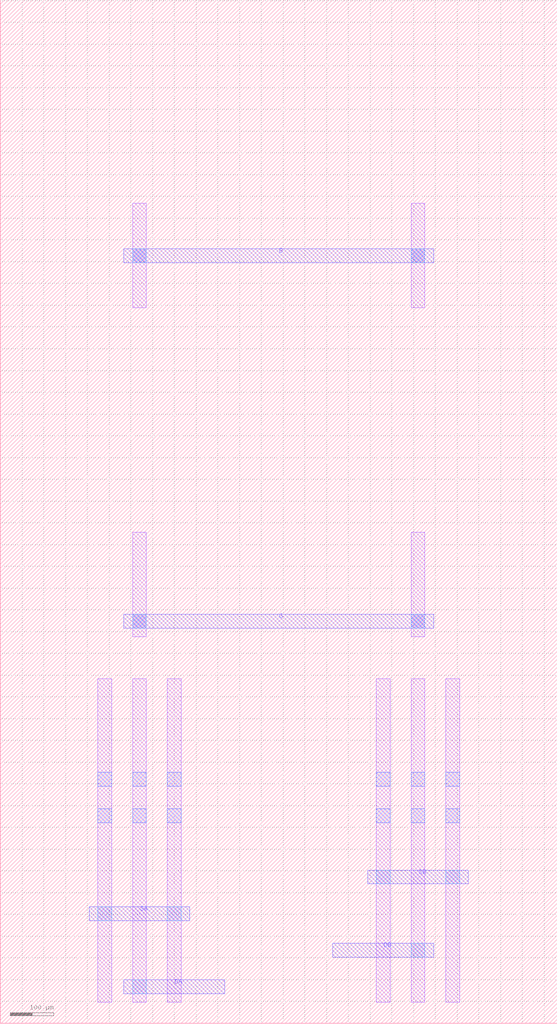
<source format=lef>
MACRO CMC_S_NMOS_B_94218540_X1_Y1
  UNITS 
    DATABASE MICRONS UNITS 1000;
  END UNITS 
  ORIGIN 0 0 ;
  FOREIGN CMC_S_NMOS_B_94218540_X1_Y1 0 0 ;
  SIZE 1280 BY 2352 ;
  PIN B
    DIRECTION INOUT ;
    USE SIGNAL ;
    PORT
      LAYER M2 ;
        RECT 284 1748 996 1780 ;
    END
  END B
  PIN DA
    DIRECTION INOUT ;
    USE SIGNAL ;
    PORT
      LAYER M2 ;
        RECT 284 68 516 100 ;
    END
  END DA
  PIN DB
    DIRECTION INOUT ;
    USE SIGNAL ;
    PORT
      LAYER M2 ;
        RECT 764 152 996 184 ;
    END
  END DB
  PIN G
    DIRECTION INOUT ;
    USE SIGNAL ;
    PORT
      LAYER M2 ;
        RECT 284 908 996 940 ;
    END
  END G
  PIN SA
    DIRECTION INOUT ;
    USE SIGNAL ;
    PORT
      LAYER M2 ;
        RECT 204 236 436 268 ;
    END
  END SA
  PIN SB
    DIRECTION INOUT ;
    USE SIGNAL ;
    PORT
      LAYER M2 ;
        RECT 844 320 1076 352 ;
    END
  END SB
  OBS
    LAYER M1 ;
      RECT 304 48 336 792 ;
    LAYER M1 ;
      RECT 304 888 336 1128 ;
    LAYER M1 ;
      RECT 304 1644 336 1884 ;
    LAYER M1 ;
      RECT 224 48 256 792 ;
    LAYER M1 ;
      RECT 384 48 416 792 ;
    LAYER M1 ;
      RECT 944 48 976 792 ;
    LAYER M1 ;
      RECT 944 888 976 1128 ;
    LAYER M1 ;
      RECT 944 1644 976 1884 ;
    LAYER M1 ;
      RECT 864 48 896 792 ;
    LAYER M1 ;
      RECT 1024 48 1056 792 ;
    LAYER V1 ;
      RECT 304 68 336 100 ;
    LAYER V1 ;
      RECT 304 908 336 940 ;
    LAYER V1 ;
      RECT 304 1748 336 1780 ;
    LAYER V1 ;
      RECT 944 152 976 184 ;
    LAYER V1 ;
      RECT 944 908 976 940 ;
    LAYER V1 ;
      RECT 944 1748 976 1780 ;
    LAYER V1 ;
      RECT 224 236 256 268 ;
    LAYER V1 ;
      RECT 384 236 416 268 ;
    LAYER V1 ;
      RECT 864 320 896 352 ;
    LAYER V1 ;
      RECT 1024 320 1056 352 ;
    LAYER V0 ;
      RECT 304 461 336 493 ;
    LAYER V0 ;
      RECT 304 545 336 577 ;
    LAYER V0 ;
      RECT 304 908 336 940 ;
    LAYER V0 ;
      RECT 304 1748 336 1780 ;
    LAYER V0 ;
      RECT 224 461 256 493 ;
    LAYER V0 ;
      RECT 224 545 256 577 ;
    LAYER V0 ;
      RECT 384 461 416 493 ;
    LAYER V0 ;
      RECT 384 545 416 577 ;
    LAYER V0 ;
      RECT 944 461 976 493 ;
    LAYER V0 ;
      RECT 944 545 976 577 ;
    LAYER V0 ;
      RECT 944 908 976 940 ;
    LAYER V0 ;
      RECT 944 1748 976 1780 ;
    LAYER V0 ;
      RECT 864 461 896 493 ;
    LAYER V0 ;
      RECT 864 545 896 577 ;
    LAYER V0 ;
      RECT 1024 461 1056 493 ;
    LAYER V0 ;
      RECT 1024 545 1056 577 ;
  END
END CMC_S_NMOS_B_94218540_X1_Y1

</source>
